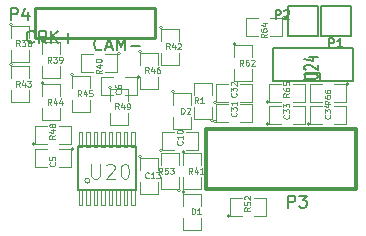
<source format=gto>
G04 (created by PCBNEW (2013-07-07 BZR 4022)-stable) date 03/12/2013 21:07:02*
%MOIN*%
G04 Gerber Fmt 3.4, Leading zero omitted, Abs format*
%FSLAX34Y34*%
G01*
G70*
G90*
G04 APERTURE LIST*
%ADD10C,0.00590551*%
%ADD11C,0.005*%
%ADD12C,0.0039*%
%ADD13C,0.012*%
%ADD14C,0.0026*%
%ADD15C,0.008*%
%ADD16C,0.0001*%
%ADD17C,0.01*%
%ADD18C,0.006*%
%ADD19C,0.0043*%
%ADD20C,0.0035*%
G04 APERTURE END LIST*
G54D10*
G54D11*
X86476Y-22123D02*
X86457Y-22142D01*
X86400Y-22161D01*
X86361Y-22161D01*
X86304Y-22142D01*
X86266Y-22104D01*
X86247Y-22066D01*
X86228Y-21990D01*
X86228Y-21933D01*
X86247Y-21857D01*
X86266Y-21819D01*
X86304Y-21780D01*
X86361Y-21761D01*
X86400Y-21761D01*
X86457Y-21780D01*
X86476Y-21800D01*
X86628Y-22047D02*
X86819Y-22047D01*
X86590Y-22161D02*
X86723Y-21761D01*
X86857Y-22161D01*
X86990Y-22161D02*
X86990Y-21761D01*
X87123Y-22047D01*
X87257Y-21761D01*
X87257Y-22161D01*
X87447Y-22009D02*
X87752Y-22009D01*
X84226Y-21873D02*
X84207Y-21892D01*
X84150Y-21911D01*
X84111Y-21911D01*
X84054Y-21892D01*
X84016Y-21854D01*
X83997Y-21816D01*
X83978Y-21740D01*
X83978Y-21683D01*
X83997Y-21607D01*
X84016Y-21569D01*
X84054Y-21530D01*
X84111Y-21511D01*
X84150Y-21511D01*
X84207Y-21530D01*
X84226Y-21550D01*
X84626Y-21911D02*
X84492Y-21721D01*
X84397Y-21911D02*
X84397Y-21511D01*
X84550Y-21511D01*
X84588Y-21530D01*
X84607Y-21550D01*
X84626Y-21588D01*
X84626Y-21645D01*
X84607Y-21683D01*
X84588Y-21702D01*
X84550Y-21721D01*
X84397Y-21721D01*
X84797Y-21911D02*
X84797Y-21511D01*
X85026Y-21911D02*
X84854Y-21683D01*
X85026Y-21511D02*
X84797Y-21740D01*
X85197Y-21759D02*
X85502Y-21759D01*
X85350Y-21911D02*
X85350Y-21607D01*
G54D12*
X85550Y-25450D02*
G75*
G03X85550Y-25450I-50J0D01*
G74*
G01*
X85050Y-25450D02*
X85450Y-25450D01*
X85450Y-25450D02*
X85450Y-26050D01*
X85450Y-26050D02*
X85050Y-26050D01*
X84650Y-26050D02*
X84250Y-26050D01*
X84250Y-26050D02*
X84250Y-25450D01*
X84250Y-25450D02*
X84650Y-25450D01*
X87750Y-23050D02*
G75*
G03X87750Y-23050I-50J0D01*
G74*
G01*
X87250Y-23050D02*
X87650Y-23050D01*
X87650Y-23050D02*
X87650Y-23650D01*
X87650Y-23650D02*
X87250Y-23650D01*
X86850Y-23650D02*
X86450Y-23650D01*
X86450Y-23650D02*
X86450Y-23050D01*
X86450Y-23050D02*
X86850Y-23050D01*
X87800Y-25700D02*
G75*
G03X87800Y-25700I-50J0D01*
G74*
G01*
X87750Y-26150D02*
X87750Y-25750D01*
X87750Y-25750D02*
X88350Y-25750D01*
X88350Y-25750D02*
X88350Y-26150D01*
X88350Y-26550D02*
X88350Y-26950D01*
X88350Y-26950D02*
X87750Y-26950D01*
X87750Y-26950D02*
X87750Y-26550D01*
X90300Y-24550D02*
G75*
G03X90300Y-24550I-50J0D01*
G74*
G01*
X90700Y-24550D02*
X90300Y-24550D01*
X90300Y-24550D02*
X90300Y-23950D01*
X90300Y-23950D02*
X90700Y-23950D01*
X91100Y-23950D02*
X91500Y-23950D01*
X91500Y-23950D02*
X91500Y-24550D01*
X91500Y-24550D02*
X91100Y-24550D01*
X90300Y-23900D02*
G75*
G03X90300Y-23900I-50J0D01*
G74*
G01*
X90700Y-23900D02*
X90300Y-23900D01*
X90300Y-23900D02*
X90300Y-23300D01*
X90300Y-23300D02*
X90700Y-23300D01*
X91100Y-23300D02*
X91500Y-23300D01*
X91500Y-23300D02*
X91500Y-23900D01*
X91500Y-23900D02*
X91100Y-23900D01*
X92050Y-24625D02*
G75*
G03X92050Y-24625I-50J0D01*
G74*
G01*
X92450Y-24625D02*
X92050Y-24625D01*
X92050Y-24625D02*
X92050Y-24025D01*
X92050Y-24025D02*
X92450Y-24025D01*
X92850Y-24025D02*
X93250Y-24025D01*
X93250Y-24025D02*
X93250Y-24625D01*
X93250Y-24625D02*
X92850Y-24625D01*
X93425Y-24625D02*
G75*
G03X93425Y-24625I-50J0D01*
G74*
G01*
X93825Y-24625D02*
X93425Y-24625D01*
X93425Y-24625D02*
X93425Y-24025D01*
X93425Y-24025D02*
X93825Y-24025D01*
X94225Y-24025D02*
X94625Y-24025D01*
X94625Y-24025D02*
X94625Y-24625D01*
X94625Y-24625D02*
X94225Y-24625D01*
G54D13*
X89950Y-24800D02*
X94950Y-24800D01*
X94950Y-24800D02*
X94950Y-26800D01*
X94950Y-26800D02*
X89950Y-26800D01*
X89950Y-26800D02*
X89950Y-24800D01*
G54D12*
X83500Y-21300D02*
G75*
G03X83500Y-21300I-50J0D01*
G74*
G01*
X83450Y-21750D02*
X83450Y-21350D01*
X83450Y-21350D02*
X84050Y-21350D01*
X84050Y-21350D02*
X84050Y-21750D01*
X84050Y-22150D02*
X84050Y-22550D01*
X84050Y-22550D02*
X83450Y-22550D01*
X83450Y-22550D02*
X83450Y-22150D01*
X84550Y-21850D02*
G75*
G03X84550Y-21850I-50J0D01*
G74*
G01*
X84500Y-22300D02*
X84500Y-21900D01*
X84500Y-21900D02*
X85100Y-21900D01*
X85100Y-21900D02*
X85100Y-22300D01*
X85100Y-22700D02*
X85100Y-23100D01*
X85100Y-23100D02*
X84500Y-23100D01*
X84500Y-23100D02*
X84500Y-22700D01*
X87100Y-22275D02*
G75*
G03X87100Y-22275I-50J0D01*
G74*
G01*
X86600Y-22275D02*
X87000Y-22275D01*
X87000Y-22275D02*
X87000Y-22875D01*
X87000Y-22875D02*
X86600Y-22875D01*
X86200Y-22875D02*
X85800Y-22875D01*
X85800Y-22875D02*
X85800Y-22275D01*
X85800Y-22275D02*
X86200Y-22275D01*
X89250Y-25550D02*
G75*
G03X89250Y-25550I-50J0D01*
G74*
G01*
X89200Y-26000D02*
X89200Y-25600D01*
X89200Y-25600D02*
X89800Y-25600D01*
X89800Y-25600D02*
X89800Y-26000D01*
X89800Y-26400D02*
X89800Y-26800D01*
X89800Y-26800D02*
X89200Y-26800D01*
X89200Y-26800D02*
X89200Y-26400D01*
X88500Y-21400D02*
G75*
G03X88500Y-21400I-50J0D01*
G74*
G01*
X88450Y-21850D02*
X88450Y-21450D01*
X88450Y-21450D02*
X89050Y-21450D01*
X89050Y-21450D02*
X89050Y-21850D01*
X89050Y-22250D02*
X89050Y-22650D01*
X89050Y-22650D02*
X88450Y-22650D01*
X88450Y-22650D02*
X88450Y-22250D01*
X83500Y-22650D02*
G75*
G03X83500Y-22650I-50J0D01*
G74*
G01*
X83450Y-23100D02*
X83450Y-22700D01*
X83450Y-22700D02*
X84050Y-22700D01*
X84050Y-22700D02*
X84050Y-23100D01*
X84050Y-23500D02*
X84050Y-23900D01*
X84050Y-23900D02*
X83450Y-23900D01*
X83450Y-23900D02*
X83450Y-23500D01*
X84550Y-23250D02*
G75*
G03X84550Y-23250I-50J0D01*
G74*
G01*
X84500Y-23700D02*
X84500Y-23300D01*
X84500Y-23300D02*
X85100Y-23300D01*
X85100Y-23300D02*
X85100Y-23700D01*
X85100Y-24100D02*
X85100Y-24500D01*
X85100Y-24500D02*
X84500Y-24500D01*
X84500Y-24500D02*
X84500Y-24100D01*
X85550Y-22975D02*
G75*
G03X85550Y-22975I-50J0D01*
G74*
G01*
X85500Y-23425D02*
X85500Y-23025D01*
X85500Y-23025D02*
X86100Y-23025D01*
X86100Y-23025D02*
X86100Y-23425D01*
X86100Y-23825D02*
X86100Y-24225D01*
X86100Y-24225D02*
X85500Y-24225D01*
X85500Y-24225D02*
X85500Y-23825D01*
X87800Y-22200D02*
G75*
G03X87800Y-22200I-50J0D01*
G74*
G01*
X87750Y-22650D02*
X87750Y-22250D01*
X87750Y-22250D02*
X88350Y-22250D01*
X88350Y-22250D02*
X88350Y-22650D01*
X88350Y-23050D02*
X88350Y-23450D01*
X88350Y-23450D02*
X87750Y-23450D01*
X87750Y-23450D02*
X87750Y-23050D01*
X84250Y-25300D02*
G75*
G03X84250Y-25300I-50J0D01*
G74*
G01*
X84650Y-25300D02*
X84250Y-25300D01*
X84250Y-25300D02*
X84250Y-24700D01*
X84250Y-24700D02*
X84650Y-24700D01*
X85050Y-24700D02*
X85450Y-24700D01*
X85450Y-24700D02*
X85450Y-25300D01*
X85450Y-25300D02*
X85050Y-25300D01*
X86800Y-23400D02*
G75*
G03X86800Y-23400I-50J0D01*
G74*
G01*
X86750Y-23850D02*
X86750Y-23450D01*
X86750Y-23450D02*
X87350Y-23450D01*
X87350Y-23450D02*
X87350Y-23850D01*
X87350Y-24250D02*
X87350Y-24650D01*
X87350Y-24650D02*
X86750Y-24650D01*
X86750Y-24650D02*
X86750Y-24250D01*
X90750Y-27700D02*
G75*
G03X90750Y-27700I-50J0D01*
G74*
G01*
X91150Y-27700D02*
X90750Y-27700D01*
X90750Y-27700D02*
X90750Y-27100D01*
X90750Y-27100D02*
X91150Y-27100D01*
X91550Y-27100D02*
X91950Y-27100D01*
X91950Y-27100D02*
X91950Y-27700D01*
X91950Y-27700D02*
X91550Y-27700D01*
X89100Y-26850D02*
G75*
G03X89100Y-26850I-50J0D01*
G74*
G01*
X89050Y-26400D02*
X89050Y-26800D01*
X89050Y-26800D02*
X88450Y-26800D01*
X88450Y-26800D02*
X88450Y-26400D01*
X88450Y-26000D02*
X88450Y-25600D01*
X88450Y-25600D02*
X89050Y-25600D01*
X89050Y-25600D02*
X89050Y-26000D01*
X90950Y-21950D02*
G75*
G03X90950Y-21950I-50J0D01*
G74*
G01*
X90900Y-22400D02*
X90900Y-22000D01*
X90900Y-22000D02*
X91500Y-22000D01*
X91500Y-22000D02*
X91500Y-22400D01*
X91500Y-22800D02*
X91500Y-23200D01*
X91500Y-23200D02*
X90900Y-23200D01*
X90900Y-23200D02*
X90900Y-22800D01*
X92600Y-21075D02*
G75*
G03X92600Y-21075I-50J0D01*
G74*
G01*
X92100Y-21075D02*
X92500Y-21075D01*
X92500Y-21075D02*
X92500Y-21675D01*
X92500Y-21675D02*
X92100Y-21675D01*
X91700Y-21675D02*
X91300Y-21675D01*
X91300Y-21675D02*
X91300Y-21075D01*
X91300Y-21075D02*
X91700Y-21075D01*
X92050Y-23900D02*
G75*
G03X92050Y-23900I-50J0D01*
G74*
G01*
X92450Y-23900D02*
X92050Y-23900D01*
X92050Y-23900D02*
X92050Y-23300D01*
X92050Y-23300D02*
X92450Y-23300D01*
X92850Y-23300D02*
X93250Y-23300D01*
X93250Y-23300D02*
X93250Y-23900D01*
X93250Y-23900D02*
X92850Y-23900D01*
X94725Y-23300D02*
G75*
G03X94725Y-23300I-50J0D01*
G74*
G01*
X94225Y-23300D02*
X94625Y-23300D01*
X94625Y-23300D02*
X94625Y-23900D01*
X94625Y-23900D02*
X94225Y-23900D01*
X93825Y-23900D02*
X93425Y-23900D01*
X93425Y-23900D02*
X93425Y-23300D01*
X93425Y-23300D02*
X93825Y-23300D01*
G54D14*
X85716Y-27320D02*
X85835Y-27320D01*
X85835Y-27320D02*
X85835Y-26808D01*
X85716Y-26808D02*
X85835Y-26808D01*
X85716Y-27320D02*
X85716Y-26808D01*
X85966Y-27320D02*
X86085Y-27320D01*
X86085Y-27320D02*
X86085Y-26808D01*
X85966Y-26808D02*
X86085Y-26808D01*
X85966Y-27320D02*
X85966Y-26808D01*
X86216Y-27320D02*
X86335Y-27320D01*
X86335Y-27320D02*
X86335Y-26808D01*
X86216Y-26808D02*
X86335Y-26808D01*
X86216Y-27320D02*
X86216Y-26808D01*
X86466Y-27320D02*
X86585Y-27320D01*
X86585Y-27320D02*
X86585Y-26808D01*
X86466Y-26808D02*
X86585Y-26808D01*
X86466Y-27320D02*
X86466Y-26808D01*
X86715Y-27320D02*
X86834Y-27320D01*
X86834Y-27320D02*
X86834Y-26808D01*
X86715Y-26808D02*
X86834Y-26808D01*
X86715Y-27320D02*
X86715Y-26808D01*
X86965Y-27320D02*
X87084Y-27320D01*
X87084Y-27320D02*
X87084Y-26808D01*
X86965Y-26808D02*
X87084Y-26808D01*
X86965Y-27320D02*
X86965Y-26808D01*
X87215Y-27320D02*
X87334Y-27320D01*
X87334Y-27320D02*
X87334Y-26808D01*
X87215Y-26808D02*
X87334Y-26808D01*
X87215Y-27320D02*
X87215Y-26808D01*
X87465Y-27320D02*
X87584Y-27320D01*
X87584Y-27320D02*
X87584Y-26808D01*
X87465Y-26808D02*
X87584Y-26808D01*
X87465Y-27320D02*
X87465Y-26808D01*
X87465Y-25392D02*
X87584Y-25392D01*
X87584Y-25392D02*
X87584Y-24880D01*
X87465Y-24880D02*
X87584Y-24880D01*
X87465Y-25392D02*
X87465Y-24880D01*
X87215Y-25392D02*
X87334Y-25392D01*
X87334Y-25392D02*
X87334Y-24880D01*
X87215Y-24880D02*
X87334Y-24880D01*
X87215Y-25392D02*
X87215Y-24880D01*
X86965Y-25392D02*
X87084Y-25392D01*
X87084Y-25392D02*
X87084Y-24880D01*
X86965Y-24880D02*
X87084Y-24880D01*
X86965Y-25392D02*
X86965Y-24880D01*
X86715Y-25392D02*
X86834Y-25392D01*
X86834Y-25392D02*
X86834Y-24880D01*
X86715Y-24880D02*
X86834Y-24880D01*
X86715Y-25392D02*
X86715Y-24880D01*
X86466Y-25392D02*
X86585Y-25392D01*
X86585Y-25392D02*
X86585Y-24880D01*
X86466Y-24880D02*
X86585Y-24880D01*
X86466Y-25392D02*
X86466Y-24880D01*
X86216Y-25392D02*
X86335Y-25392D01*
X86335Y-25392D02*
X86335Y-24880D01*
X86216Y-24880D02*
X86335Y-24880D01*
X86216Y-25392D02*
X86216Y-24880D01*
X85966Y-25392D02*
X86085Y-25392D01*
X86085Y-25392D02*
X86085Y-24880D01*
X85966Y-24880D02*
X86085Y-24880D01*
X85966Y-25392D02*
X85966Y-24880D01*
X85716Y-25392D02*
X85835Y-25392D01*
X85835Y-25392D02*
X85835Y-24880D01*
X85716Y-24880D02*
X85835Y-24880D01*
X85716Y-25392D02*
X85716Y-24880D01*
G54D15*
X85678Y-26828D02*
X85678Y-25372D01*
X87622Y-25372D02*
X87622Y-26828D01*
X85678Y-26828D02*
X87622Y-26828D01*
X87622Y-25372D02*
X85678Y-25372D01*
G54D16*
X86084Y-26513D02*
G75*
G03X86084Y-26513I-83J0D01*
G74*
G01*
G54D11*
X93253Y-23187D02*
X93253Y-22937D01*
X93253Y-22937D02*
X93753Y-22937D01*
X93753Y-22937D02*
X93753Y-23187D01*
X92203Y-23187D02*
X92203Y-22087D01*
X92203Y-22087D02*
X94853Y-22087D01*
X94853Y-22087D02*
X94853Y-23187D01*
X94853Y-23187D02*
X92203Y-23187D01*
G54D12*
X89250Y-26900D02*
G75*
G03X89250Y-26900I-50J0D01*
G74*
G01*
X89200Y-27350D02*
X89200Y-26950D01*
X89200Y-26950D02*
X89800Y-26950D01*
X89800Y-26950D02*
X89800Y-27350D01*
X89800Y-27750D02*
X89800Y-28150D01*
X89800Y-28150D02*
X89200Y-28150D01*
X89200Y-28150D02*
X89200Y-27750D01*
G54D17*
X84250Y-20750D02*
X88250Y-20750D01*
X84250Y-21750D02*
X88250Y-21750D01*
X88250Y-21750D02*
X88250Y-20750D01*
X84250Y-20750D02*
X84250Y-21750D01*
G54D12*
X88900Y-23550D02*
G75*
G03X88900Y-23550I-50J0D01*
G74*
G01*
X88850Y-24000D02*
X88850Y-23600D01*
X88850Y-23600D02*
X89450Y-23600D01*
X89450Y-23600D02*
X89450Y-24000D01*
X89450Y-24400D02*
X89450Y-24800D01*
X89450Y-24800D02*
X88850Y-24800D01*
X88850Y-24800D02*
X88850Y-24400D01*
X90200Y-24500D02*
G75*
G03X90200Y-24500I-50J0D01*
G74*
G01*
X90150Y-24050D02*
X90150Y-24450D01*
X90150Y-24450D02*
X89550Y-24450D01*
X89550Y-24450D02*
X89550Y-24050D01*
X89550Y-23650D02*
X89550Y-23250D01*
X89550Y-23250D02*
X90150Y-23250D01*
X90150Y-23250D02*
X90150Y-23650D01*
G54D18*
X93775Y-20700D02*
X94775Y-20700D01*
X94775Y-21700D02*
X93775Y-21700D01*
X94775Y-20700D02*
X94775Y-21700D01*
X93775Y-21700D02*
X93775Y-20700D01*
X93700Y-21700D02*
X92700Y-21700D01*
X92700Y-20700D02*
X93700Y-20700D01*
X92700Y-21700D02*
X92700Y-20700D01*
X93700Y-20700D02*
X93700Y-21700D01*
G54D12*
X88500Y-25500D02*
G75*
G03X88500Y-25500I-50J0D01*
G74*
G01*
X88900Y-25500D02*
X88500Y-25500D01*
X88500Y-25500D02*
X88500Y-24900D01*
X88500Y-24900D02*
X88900Y-24900D01*
X89300Y-24900D02*
X89700Y-24900D01*
X89700Y-24900D02*
X89700Y-25500D01*
X89700Y-25500D02*
X89300Y-25500D01*
G54D19*
X84910Y-25907D02*
X84920Y-25917D01*
X84929Y-25945D01*
X84929Y-25964D01*
X84920Y-25992D01*
X84901Y-26011D01*
X84882Y-26020D01*
X84845Y-26029D01*
X84817Y-26029D01*
X84779Y-26020D01*
X84760Y-26011D01*
X84742Y-25992D01*
X84732Y-25964D01*
X84732Y-25945D01*
X84742Y-25917D01*
X84751Y-25907D01*
X84732Y-25729D02*
X84732Y-25823D01*
X84826Y-25832D01*
X84817Y-25823D01*
X84807Y-25804D01*
X84807Y-25757D01*
X84817Y-25738D01*
X84826Y-25729D01*
X84845Y-25720D01*
X84892Y-25720D01*
X84910Y-25729D01*
X84920Y-25738D01*
X84929Y-25757D01*
X84929Y-25804D01*
X84920Y-25823D01*
X84910Y-25832D01*
X87110Y-23507D02*
X87120Y-23517D01*
X87129Y-23545D01*
X87129Y-23564D01*
X87120Y-23592D01*
X87101Y-23611D01*
X87082Y-23620D01*
X87045Y-23629D01*
X87017Y-23629D01*
X86979Y-23620D01*
X86960Y-23611D01*
X86942Y-23592D01*
X86932Y-23564D01*
X86932Y-23545D01*
X86942Y-23517D01*
X86951Y-23507D01*
X86932Y-23338D02*
X86932Y-23376D01*
X86942Y-23395D01*
X86951Y-23404D01*
X86979Y-23423D01*
X87017Y-23432D01*
X87092Y-23432D01*
X87110Y-23423D01*
X87120Y-23414D01*
X87129Y-23395D01*
X87129Y-23357D01*
X87120Y-23338D01*
X87110Y-23329D01*
X87092Y-23320D01*
X87045Y-23320D01*
X87026Y-23329D01*
X87017Y-23338D01*
X87007Y-23357D01*
X87007Y-23395D01*
X87017Y-23414D01*
X87026Y-23423D01*
X87045Y-23432D01*
X88048Y-26410D02*
X88038Y-26420D01*
X88010Y-26429D01*
X87992Y-26429D01*
X87963Y-26420D01*
X87945Y-26401D01*
X87935Y-26382D01*
X87926Y-26345D01*
X87926Y-26317D01*
X87935Y-26279D01*
X87945Y-26260D01*
X87963Y-26242D01*
X87992Y-26232D01*
X88010Y-26232D01*
X88038Y-26242D01*
X88048Y-26251D01*
X88235Y-26429D02*
X88123Y-26429D01*
X88179Y-26429D02*
X88179Y-26232D01*
X88160Y-26260D01*
X88142Y-26279D01*
X88123Y-26289D01*
X88301Y-26232D02*
X88423Y-26232D01*
X88357Y-26307D01*
X88386Y-26307D01*
X88404Y-26317D01*
X88414Y-26326D01*
X88423Y-26345D01*
X88423Y-26392D01*
X88414Y-26410D01*
X88404Y-26420D01*
X88386Y-26429D01*
X88329Y-26429D01*
X88311Y-26420D01*
X88301Y-26410D01*
X90960Y-24251D02*
X90970Y-24261D01*
X90979Y-24289D01*
X90979Y-24307D01*
X90970Y-24336D01*
X90951Y-24354D01*
X90932Y-24364D01*
X90895Y-24373D01*
X90867Y-24373D01*
X90829Y-24364D01*
X90810Y-24354D01*
X90792Y-24336D01*
X90782Y-24307D01*
X90782Y-24289D01*
X90792Y-24261D01*
X90801Y-24251D01*
X90782Y-24185D02*
X90782Y-24064D01*
X90857Y-24129D01*
X90857Y-24101D01*
X90867Y-24082D01*
X90876Y-24073D01*
X90895Y-24064D01*
X90942Y-24064D01*
X90960Y-24073D01*
X90970Y-24082D01*
X90979Y-24101D01*
X90979Y-24157D01*
X90970Y-24176D01*
X90960Y-24185D01*
X90979Y-23876D02*
X90979Y-23988D01*
X90979Y-23932D02*
X90782Y-23932D01*
X90810Y-23951D01*
X90829Y-23970D01*
X90839Y-23988D01*
X90960Y-23601D02*
X90970Y-23611D01*
X90979Y-23639D01*
X90979Y-23657D01*
X90970Y-23686D01*
X90951Y-23704D01*
X90932Y-23714D01*
X90895Y-23723D01*
X90867Y-23723D01*
X90829Y-23714D01*
X90810Y-23704D01*
X90792Y-23686D01*
X90782Y-23657D01*
X90782Y-23639D01*
X90792Y-23611D01*
X90801Y-23601D01*
X90782Y-23535D02*
X90782Y-23414D01*
X90857Y-23479D01*
X90857Y-23451D01*
X90867Y-23432D01*
X90876Y-23423D01*
X90895Y-23414D01*
X90942Y-23414D01*
X90960Y-23423D01*
X90970Y-23432D01*
X90979Y-23451D01*
X90979Y-23507D01*
X90970Y-23526D01*
X90960Y-23535D01*
X90801Y-23338D02*
X90792Y-23329D01*
X90782Y-23310D01*
X90782Y-23263D01*
X90792Y-23245D01*
X90801Y-23235D01*
X90820Y-23226D01*
X90839Y-23226D01*
X90867Y-23235D01*
X90979Y-23348D01*
X90979Y-23226D01*
X92710Y-24326D02*
X92720Y-24336D01*
X92729Y-24364D01*
X92729Y-24382D01*
X92720Y-24411D01*
X92701Y-24429D01*
X92682Y-24439D01*
X92645Y-24448D01*
X92617Y-24448D01*
X92579Y-24439D01*
X92560Y-24429D01*
X92542Y-24411D01*
X92532Y-24382D01*
X92532Y-24364D01*
X92542Y-24336D01*
X92551Y-24326D01*
X92532Y-24260D02*
X92532Y-24139D01*
X92607Y-24204D01*
X92607Y-24176D01*
X92617Y-24157D01*
X92626Y-24148D01*
X92645Y-24139D01*
X92692Y-24139D01*
X92710Y-24148D01*
X92720Y-24157D01*
X92729Y-24176D01*
X92729Y-24232D01*
X92720Y-24251D01*
X92710Y-24260D01*
X92532Y-24073D02*
X92532Y-23951D01*
X92607Y-24017D01*
X92607Y-23988D01*
X92617Y-23970D01*
X92626Y-23960D01*
X92645Y-23951D01*
X92692Y-23951D01*
X92710Y-23960D01*
X92720Y-23970D01*
X92729Y-23988D01*
X92729Y-24045D01*
X92720Y-24063D01*
X92710Y-24073D01*
X94085Y-24326D02*
X94095Y-24336D01*
X94104Y-24364D01*
X94104Y-24382D01*
X94095Y-24411D01*
X94076Y-24429D01*
X94057Y-24439D01*
X94020Y-24448D01*
X93992Y-24448D01*
X93954Y-24439D01*
X93935Y-24429D01*
X93917Y-24411D01*
X93907Y-24382D01*
X93907Y-24364D01*
X93917Y-24336D01*
X93926Y-24326D01*
X93907Y-24260D02*
X93907Y-24139D01*
X93982Y-24204D01*
X93982Y-24176D01*
X93992Y-24157D01*
X94001Y-24148D01*
X94020Y-24139D01*
X94067Y-24139D01*
X94085Y-24148D01*
X94095Y-24157D01*
X94104Y-24176D01*
X94104Y-24232D01*
X94095Y-24251D01*
X94085Y-24260D01*
X93973Y-23970D02*
X94104Y-23970D01*
X93898Y-24017D02*
X94039Y-24063D01*
X94039Y-23942D01*
G54D15*
X92704Y-27411D02*
X92704Y-27011D01*
X92857Y-27011D01*
X92895Y-27030D01*
X92914Y-27050D01*
X92933Y-27088D01*
X92933Y-27145D01*
X92914Y-27183D01*
X92895Y-27202D01*
X92857Y-27221D01*
X92704Y-27221D01*
X93066Y-27011D02*
X93314Y-27011D01*
X93180Y-27164D01*
X93238Y-27164D01*
X93276Y-27183D01*
X93295Y-27202D01*
X93314Y-27240D01*
X93314Y-27335D01*
X93295Y-27373D01*
X93276Y-27392D01*
X93238Y-27411D01*
X93123Y-27411D01*
X93085Y-27392D01*
X93066Y-27373D01*
G54D19*
X83748Y-22029D02*
X83682Y-21935D01*
X83635Y-22029D02*
X83635Y-21832D01*
X83710Y-21832D01*
X83729Y-21842D01*
X83738Y-21851D01*
X83748Y-21870D01*
X83748Y-21898D01*
X83738Y-21917D01*
X83729Y-21926D01*
X83710Y-21935D01*
X83635Y-21935D01*
X83814Y-21832D02*
X83935Y-21832D01*
X83870Y-21907D01*
X83898Y-21907D01*
X83917Y-21917D01*
X83926Y-21926D01*
X83935Y-21945D01*
X83935Y-21992D01*
X83926Y-22010D01*
X83917Y-22020D01*
X83898Y-22029D01*
X83842Y-22029D01*
X83823Y-22020D01*
X83814Y-22010D01*
X84048Y-21917D02*
X84029Y-21907D01*
X84020Y-21898D01*
X84011Y-21879D01*
X84011Y-21870D01*
X84020Y-21851D01*
X84029Y-21842D01*
X84048Y-21832D01*
X84086Y-21832D01*
X84104Y-21842D01*
X84114Y-21851D01*
X84123Y-21870D01*
X84123Y-21879D01*
X84114Y-21898D01*
X84104Y-21907D01*
X84086Y-21917D01*
X84048Y-21917D01*
X84029Y-21926D01*
X84020Y-21935D01*
X84011Y-21954D01*
X84011Y-21992D01*
X84020Y-22010D01*
X84029Y-22020D01*
X84048Y-22029D01*
X84086Y-22029D01*
X84104Y-22020D01*
X84114Y-22010D01*
X84123Y-21992D01*
X84123Y-21954D01*
X84114Y-21935D01*
X84104Y-21926D01*
X84086Y-21917D01*
X84798Y-22579D02*
X84732Y-22485D01*
X84685Y-22579D02*
X84685Y-22382D01*
X84760Y-22382D01*
X84779Y-22392D01*
X84788Y-22401D01*
X84798Y-22420D01*
X84798Y-22448D01*
X84788Y-22467D01*
X84779Y-22476D01*
X84760Y-22485D01*
X84685Y-22485D01*
X84864Y-22382D02*
X84985Y-22382D01*
X84920Y-22457D01*
X84948Y-22457D01*
X84967Y-22467D01*
X84976Y-22476D01*
X84985Y-22495D01*
X84985Y-22542D01*
X84976Y-22560D01*
X84967Y-22570D01*
X84948Y-22579D01*
X84892Y-22579D01*
X84873Y-22570D01*
X84864Y-22560D01*
X85079Y-22579D02*
X85117Y-22579D01*
X85136Y-22570D01*
X85145Y-22560D01*
X85164Y-22532D01*
X85173Y-22495D01*
X85173Y-22420D01*
X85164Y-22401D01*
X85154Y-22392D01*
X85136Y-22382D01*
X85098Y-22382D01*
X85079Y-22392D01*
X85070Y-22401D01*
X85061Y-22420D01*
X85061Y-22467D01*
X85070Y-22485D01*
X85079Y-22495D01*
X85098Y-22504D01*
X85136Y-22504D01*
X85154Y-22495D01*
X85164Y-22485D01*
X85173Y-22467D01*
X86479Y-22826D02*
X86385Y-22892D01*
X86479Y-22939D02*
X86282Y-22939D01*
X86282Y-22864D01*
X86292Y-22845D01*
X86301Y-22836D01*
X86320Y-22826D01*
X86348Y-22826D01*
X86367Y-22836D01*
X86376Y-22845D01*
X86385Y-22864D01*
X86385Y-22939D01*
X86348Y-22657D02*
X86479Y-22657D01*
X86273Y-22704D02*
X86414Y-22751D01*
X86414Y-22629D01*
X86282Y-22517D02*
X86282Y-22498D01*
X86292Y-22479D01*
X86301Y-22470D01*
X86320Y-22460D01*
X86357Y-22451D01*
X86404Y-22451D01*
X86442Y-22460D01*
X86460Y-22470D01*
X86470Y-22479D01*
X86479Y-22498D01*
X86479Y-22517D01*
X86470Y-22535D01*
X86460Y-22545D01*
X86442Y-22554D01*
X86404Y-22563D01*
X86357Y-22563D01*
X86320Y-22554D01*
X86301Y-22545D01*
X86292Y-22535D01*
X86282Y-22517D01*
X89498Y-26279D02*
X89432Y-26185D01*
X89385Y-26279D02*
X89385Y-26082D01*
X89460Y-26082D01*
X89479Y-26092D01*
X89488Y-26101D01*
X89498Y-26120D01*
X89498Y-26148D01*
X89488Y-26167D01*
X89479Y-26176D01*
X89460Y-26185D01*
X89385Y-26185D01*
X89667Y-26148D02*
X89667Y-26279D01*
X89620Y-26073D02*
X89573Y-26214D01*
X89695Y-26214D01*
X89873Y-26279D02*
X89761Y-26279D01*
X89817Y-26279D02*
X89817Y-26082D01*
X89798Y-26110D01*
X89779Y-26129D01*
X89761Y-26139D01*
X88748Y-22129D02*
X88682Y-22035D01*
X88635Y-22129D02*
X88635Y-21932D01*
X88710Y-21932D01*
X88729Y-21942D01*
X88738Y-21951D01*
X88748Y-21970D01*
X88748Y-21998D01*
X88738Y-22017D01*
X88729Y-22026D01*
X88710Y-22035D01*
X88635Y-22035D01*
X88917Y-21998D02*
X88917Y-22129D01*
X88870Y-21923D02*
X88823Y-22064D01*
X88945Y-22064D01*
X89011Y-21951D02*
X89020Y-21942D01*
X89039Y-21932D01*
X89086Y-21932D01*
X89104Y-21942D01*
X89114Y-21951D01*
X89123Y-21970D01*
X89123Y-21989D01*
X89114Y-22017D01*
X89001Y-22129D01*
X89123Y-22129D01*
X83748Y-23379D02*
X83682Y-23285D01*
X83635Y-23379D02*
X83635Y-23182D01*
X83710Y-23182D01*
X83729Y-23192D01*
X83738Y-23201D01*
X83748Y-23220D01*
X83748Y-23248D01*
X83738Y-23267D01*
X83729Y-23276D01*
X83710Y-23285D01*
X83635Y-23285D01*
X83917Y-23248D02*
X83917Y-23379D01*
X83870Y-23173D02*
X83823Y-23314D01*
X83945Y-23314D01*
X84001Y-23182D02*
X84123Y-23182D01*
X84057Y-23257D01*
X84086Y-23257D01*
X84104Y-23267D01*
X84114Y-23276D01*
X84123Y-23295D01*
X84123Y-23342D01*
X84114Y-23360D01*
X84104Y-23370D01*
X84086Y-23379D01*
X84029Y-23379D01*
X84011Y-23370D01*
X84001Y-23360D01*
X84798Y-23979D02*
X84732Y-23885D01*
X84685Y-23979D02*
X84685Y-23782D01*
X84760Y-23782D01*
X84779Y-23792D01*
X84788Y-23801D01*
X84798Y-23820D01*
X84798Y-23848D01*
X84788Y-23867D01*
X84779Y-23876D01*
X84760Y-23885D01*
X84685Y-23885D01*
X84967Y-23848D02*
X84967Y-23979D01*
X84920Y-23773D02*
X84873Y-23914D01*
X84995Y-23914D01*
X85154Y-23848D02*
X85154Y-23979D01*
X85107Y-23773D02*
X85061Y-23914D01*
X85182Y-23914D01*
X85798Y-23704D02*
X85732Y-23610D01*
X85685Y-23704D02*
X85685Y-23507D01*
X85760Y-23507D01*
X85779Y-23517D01*
X85788Y-23526D01*
X85798Y-23545D01*
X85798Y-23573D01*
X85788Y-23592D01*
X85779Y-23601D01*
X85760Y-23610D01*
X85685Y-23610D01*
X85967Y-23573D02*
X85967Y-23704D01*
X85920Y-23498D02*
X85873Y-23639D01*
X85995Y-23639D01*
X86164Y-23507D02*
X86070Y-23507D01*
X86061Y-23601D01*
X86070Y-23592D01*
X86089Y-23582D01*
X86136Y-23582D01*
X86154Y-23592D01*
X86164Y-23601D01*
X86173Y-23620D01*
X86173Y-23667D01*
X86164Y-23685D01*
X86154Y-23695D01*
X86136Y-23704D01*
X86089Y-23704D01*
X86070Y-23695D01*
X86061Y-23685D01*
X88048Y-22929D02*
X87982Y-22835D01*
X87935Y-22929D02*
X87935Y-22732D01*
X88010Y-22732D01*
X88029Y-22742D01*
X88038Y-22751D01*
X88048Y-22770D01*
X88048Y-22798D01*
X88038Y-22817D01*
X88029Y-22826D01*
X88010Y-22835D01*
X87935Y-22835D01*
X88217Y-22798D02*
X88217Y-22929D01*
X88170Y-22723D02*
X88123Y-22864D01*
X88245Y-22864D01*
X88404Y-22732D02*
X88367Y-22732D01*
X88348Y-22742D01*
X88339Y-22751D01*
X88320Y-22779D01*
X88311Y-22817D01*
X88311Y-22892D01*
X88320Y-22910D01*
X88329Y-22920D01*
X88348Y-22929D01*
X88386Y-22929D01*
X88404Y-22920D01*
X88414Y-22910D01*
X88423Y-22892D01*
X88423Y-22845D01*
X88414Y-22826D01*
X88404Y-22817D01*
X88386Y-22807D01*
X88348Y-22807D01*
X88329Y-22817D01*
X88320Y-22826D01*
X88311Y-22845D01*
X84929Y-25001D02*
X84835Y-25067D01*
X84929Y-25114D02*
X84732Y-25114D01*
X84732Y-25039D01*
X84742Y-25020D01*
X84751Y-25011D01*
X84770Y-25001D01*
X84798Y-25001D01*
X84817Y-25011D01*
X84826Y-25020D01*
X84835Y-25039D01*
X84835Y-25114D01*
X84798Y-24832D02*
X84929Y-24832D01*
X84723Y-24879D02*
X84864Y-24926D01*
X84864Y-24804D01*
X84817Y-24701D02*
X84807Y-24720D01*
X84798Y-24729D01*
X84779Y-24738D01*
X84770Y-24738D01*
X84751Y-24729D01*
X84742Y-24720D01*
X84732Y-24701D01*
X84732Y-24663D01*
X84742Y-24645D01*
X84751Y-24635D01*
X84770Y-24626D01*
X84779Y-24626D01*
X84798Y-24635D01*
X84807Y-24645D01*
X84817Y-24663D01*
X84817Y-24701D01*
X84826Y-24720D01*
X84835Y-24729D01*
X84854Y-24738D01*
X84892Y-24738D01*
X84910Y-24729D01*
X84920Y-24720D01*
X84929Y-24701D01*
X84929Y-24663D01*
X84920Y-24645D01*
X84910Y-24635D01*
X84892Y-24626D01*
X84854Y-24626D01*
X84835Y-24635D01*
X84826Y-24645D01*
X84817Y-24663D01*
X87048Y-24129D02*
X86982Y-24035D01*
X86935Y-24129D02*
X86935Y-23932D01*
X87010Y-23932D01*
X87029Y-23942D01*
X87038Y-23951D01*
X87048Y-23970D01*
X87048Y-23998D01*
X87038Y-24017D01*
X87029Y-24026D01*
X87010Y-24035D01*
X86935Y-24035D01*
X87217Y-23998D02*
X87217Y-24129D01*
X87170Y-23923D02*
X87123Y-24064D01*
X87245Y-24064D01*
X87329Y-24129D02*
X87367Y-24129D01*
X87386Y-24120D01*
X87395Y-24110D01*
X87414Y-24082D01*
X87423Y-24045D01*
X87423Y-23970D01*
X87414Y-23951D01*
X87404Y-23942D01*
X87386Y-23932D01*
X87348Y-23932D01*
X87329Y-23942D01*
X87320Y-23951D01*
X87311Y-23970D01*
X87311Y-24017D01*
X87320Y-24035D01*
X87329Y-24045D01*
X87348Y-24054D01*
X87386Y-24054D01*
X87404Y-24045D01*
X87414Y-24035D01*
X87423Y-24017D01*
X91429Y-27401D02*
X91335Y-27467D01*
X91429Y-27514D02*
X91232Y-27514D01*
X91232Y-27439D01*
X91242Y-27420D01*
X91251Y-27411D01*
X91270Y-27401D01*
X91298Y-27401D01*
X91317Y-27411D01*
X91326Y-27420D01*
X91335Y-27439D01*
X91335Y-27514D01*
X91232Y-27223D02*
X91232Y-27317D01*
X91326Y-27326D01*
X91317Y-27317D01*
X91307Y-27298D01*
X91307Y-27251D01*
X91317Y-27232D01*
X91326Y-27223D01*
X91345Y-27214D01*
X91392Y-27214D01*
X91410Y-27223D01*
X91420Y-27232D01*
X91429Y-27251D01*
X91429Y-27298D01*
X91420Y-27317D01*
X91410Y-27326D01*
X91251Y-27138D02*
X91242Y-27129D01*
X91232Y-27110D01*
X91232Y-27063D01*
X91242Y-27045D01*
X91251Y-27035D01*
X91270Y-27026D01*
X91289Y-27026D01*
X91317Y-27035D01*
X91429Y-27148D01*
X91429Y-27026D01*
X88498Y-26279D02*
X88432Y-26185D01*
X88385Y-26279D02*
X88385Y-26082D01*
X88460Y-26082D01*
X88479Y-26092D01*
X88488Y-26101D01*
X88498Y-26120D01*
X88498Y-26148D01*
X88488Y-26167D01*
X88479Y-26176D01*
X88460Y-26185D01*
X88385Y-26185D01*
X88676Y-26082D02*
X88582Y-26082D01*
X88573Y-26176D01*
X88582Y-26167D01*
X88601Y-26157D01*
X88648Y-26157D01*
X88667Y-26167D01*
X88676Y-26176D01*
X88685Y-26195D01*
X88685Y-26242D01*
X88676Y-26260D01*
X88667Y-26270D01*
X88648Y-26279D01*
X88601Y-26279D01*
X88582Y-26270D01*
X88573Y-26260D01*
X88751Y-26082D02*
X88873Y-26082D01*
X88807Y-26157D01*
X88836Y-26157D01*
X88854Y-26167D01*
X88864Y-26176D01*
X88873Y-26195D01*
X88873Y-26242D01*
X88864Y-26260D01*
X88854Y-26270D01*
X88836Y-26279D01*
X88779Y-26279D01*
X88761Y-26270D01*
X88751Y-26260D01*
X91198Y-22679D02*
X91132Y-22585D01*
X91085Y-22679D02*
X91085Y-22482D01*
X91160Y-22482D01*
X91179Y-22492D01*
X91188Y-22501D01*
X91198Y-22520D01*
X91198Y-22548D01*
X91188Y-22567D01*
X91179Y-22576D01*
X91160Y-22585D01*
X91085Y-22585D01*
X91367Y-22482D02*
X91329Y-22482D01*
X91310Y-22492D01*
X91301Y-22501D01*
X91282Y-22529D01*
X91273Y-22567D01*
X91273Y-22642D01*
X91282Y-22660D01*
X91292Y-22670D01*
X91310Y-22679D01*
X91348Y-22679D01*
X91367Y-22670D01*
X91376Y-22660D01*
X91385Y-22642D01*
X91385Y-22595D01*
X91376Y-22576D01*
X91367Y-22567D01*
X91348Y-22557D01*
X91310Y-22557D01*
X91292Y-22567D01*
X91282Y-22576D01*
X91273Y-22595D01*
X91461Y-22501D02*
X91470Y-22492D01*
X91489Y-22482D01*
X91536Y-22482D01*
X91554Y-22492D01*
X91564Y-22501D01*
X91573Y-22520D01*
X91573Y-22539D01*
X91564Y-22567D01*
X91451Y-22679D01*
X91573Y-22679D01*
X91979Y-21626D02*
X91885Y-21692D01*
X91979Y-21739D02*
X91782Y-21739D01*
X91782Y-21664D01*
X91792Y-21645D01*
X91801Y-21636D01*
X91820Y-21626D01*
X91848Y-21626D01*
X91867Y-21636D01*
X91876Y-21645D01*
X91885Y-21664D01*
X91885Y-21739D01*
X91782Y-21457D02*
X91782Y-21495D01*
X91792Y-21514D01*
X91801Y-21523D01*
X91829Y-21542D01*
X91867Y-21551D01*
X91942Y-21551D01*
X91960Y-21542D01*
X91970Y-21532D01*
X91979Y-21514D01*
X91979Y-21476D01*
X91970Y-21457D01*
X91960Y-21448D01*
X91942Y-21439D01*
X91895Y-21439D01*
X91876Y-21448D01*
X91867Y-21457D01*
X91857Y-21476D01*
X91857Y-21514D01*
X91867Y-21532D01*
X91876Y-21542D01*
X91895Y-21551D01*
X91848Y-21270D02*
X91979Y-21270D01*
X91773Y-21317D02*
X91914Y-21363D01*
X91914Y-21242D01*
X92729Y-23601D02*
X92635Y-23667D01*
X92729Y-23714D02*
X92532Y-23714D01*
X92532Y-23639D01*
X92542Y-23620D01*
X92551Y-23611D01*
X92570Y-23601D01*
X92598Y-23601D01*
X92617Y-23611D01*
X92626Y-23620D01*
X92635Y-23639D01*
X92635Y-23714D01*
X92532Y-23432D02*
X92532Y-23470D01*
X92542Y-23489D01*
X92551Y-23498D01*
X92579Y-23517D01*
X92617Y-23526D01*
X92692Y-23526D01*
X92710Y-23517D01*
X92720Y-23507D01*
X92729Y-23489D01*
X92729Y-23451D01*
X92720Y-23432D01*
X92710Y-23423D01*
X92692Y-23414D01*
X92645Y-23414D01*
X92626Y-23423D01*
X92617Y-23432D01*
X92607Y-23451D01*
X92607Y-23489D01*
X92617Y-23507D01*
X92626Y-23517D01*
X92645Y-23526D01*
X92532Y-23235D02*
X92532Y-23329D01*
X92626Y-23338D01*
X92617Y-23329D01*
X92607Y-23310D01*
X92607Y-23263D01*
X92617Y-23245D01*
X92626Y-23235D01*
X92645Y-23226D01*
X92692Y-23226D01*
X92710Y-23235D01*
X92720Y-23245D01*
X92729Y-23263D01*
X92729Y-23310D01*
X92720Y-23329D01*
X92710Y-23338D01*
X94104Y-23851D02*
X94010Y-23917D01*
X94104Y-23964D02*
X93907Y-23964D01*
X93907Y-23889D01*
X93917Y-23870D01*
X93926Y-23861D01*
X93945Y-23851D01*
X93973Y-23851D01*
X93992Y-23861D01*
X94001Y-23870D01*
X94010Y-23889D01*
X94010Y-23964D01*
X93907Y-23682D02*
X93907Y-23720D01*
X93917Y-23739D01*
X93926Y-23748D01*
X93954Y-23767D01*
X93992Y-23776D01*
X94067Y-23776D01*
X94085Y-23767D01*
X94095Y-23757D01*
X94104Y-23739D01*
X94104Y-23701D01*
X94095Y-23682D01*
X94085Y-23673D01*
X94067Y-23664D01*
X94020Y-23664D01*
X94001Y-23673D01*
X93992Y-23682D01*
X93982Y-23701D01*
X93982Y-23739D01*
X93992Y-23757D01*
X94001Y-23767D01*
X94020Y-23776D01*
X93907Y-23495D02*
X93907Y-23532D01*
X93917Y-23551D01*
X93926Y-23560D01*
X93954Y-23579D01*
X93992Y-23588D01*
X94067Y-23588D01*
X94085Y-23579D01*
X94095Y-23570D01*
X94104Y-23551D01*
X94104Y-23513D01*
X94095Y-23495D01*
X94085Y-23485D01*
X94067Y-23476D01*
X94020Y-23476D01*
X94001Y-23485D01*
X93992Y-23495D01*
X93982Y-23513D01*
X93982Y-23551D01*
X93992Y-23570D01*
X94001Y-23579D01*
X94020Y-23588D01*
G54D20*
X86130Y-25952D02*
X86130Y-26357D01*
X86154Y-26404D01*
X86178Y-26428D01*
X86226Y-26452D01*
X86321Y-26452D01*
X86369Y-26428D01*
X86392Y-26404D01*
X86416Y-26357D01*
X86416Y-25952D01*
X86630Y-26000D02*
X86654Y-25976D01*
X86702Y-25952D01*
X86821Y-25952D01*
X86869Y-25976D01*
X86892Y-26000D01*
X86916Y-26047D01*
X86916Y-26095D01*
X86892Y-26166D01*
X86607Y-26452D01*
X86916Y-26452D01*
X87226Y-25952D02*
X87273Y-25952D01*
X87321Y-25976D01*
X87345Y-26000D01*
X87369Y-26047D01*
X87392Y-26142D01*
X87392Y-26261D01*
X87369Y-26357D01*
X87345Y-26404D01*
X87321Y-26428D01*
X87273Y-26452D01*
X87226Y-26452D01*
X87178Y-26428D01*
X87154Y-26404D01*
X87130Y-26357D01*
X87107Y-26261D01*
X87107Y-26142D01*
X87130Y-26047D01*
X87154Y-26000D01*
X87178Y-25976D01*
X87226Y-25952D01*
G54D11*
X93232Y-23121D02*
X93596Y-23121D01*
X93639Y-23107D01*
X93660Y-23092D01*
X93682Y-23064D01*
X93682Y-23007D01*
X93660Y-22978D01*
X93639Y-22964D01*
X93596Y-22950D01*
X93232Y-22950D01*
X93275Y-22821D02*
X93253Y-22807D01*
X93232Y-22778D01*
X93232Y-22707D01*
X93253Y-22678D01*
X93275Y-22664D01*
X93317Y-22650D01*
X93360Y-22650D01*
X93425Y-22664D01*
X93682Y-22835D01*
X93682Y-22650D01*
X93382Y-22392D02*
X93682Y-22392D01*
X93210Y-22464D02*
X93532Y-22535D01*
X93532Y-22350D01*
G54D19*
X89479Y-27629D02*
X89479Y-27432D01*
X89526Y-27432D01*
X89554Y-27442D01*
X89573Y-27460D01*
X89582Y-27479D01*
X89592Y-27517D01*
X89592Y-27545D01*
X89582Y-27582D01*
X89573Y-27601D01*
X89554Y-27620D01*
X89526Y-27629D01*
X89479Y-27629D01*
X89779Y-27629D02*
X89667Y-27629D01*
X89723Y-27629D02*
X89723Y-27432D01*
X89704Y-27460D01*
X89685Y-27479D01*
X89667Y-27489D01*
G54D15*
X83454Y-21161D02*
X83454Y-20761D01*
X83607Y-20761D01*
X83645Y-20780D01*
X83664Y-20800D01*
X83683Y-20838D01*
X83683Y-20895D01*
X83664Y-20933D01*
X83645Y-20952D01*
X83607Y-20971D01*
X83454Y-20971D01*
X84026Y-20895D02*
X84026Y-21161D01*
X83930Y-20742D02*
X83835Y-21028D01*
X84083Y-21028D01*
G54D19*
X89129Y-24279D02*
X89129Y-24082D01*
X89176Y-24082D01*
X89204Y-24092D01*
X89223Y-24110D01*
X89232Y-24129D01*
X89242Y-24167D01*
X89242Y-24195D01*
X89232Y-24232D01*
X89223Y-24251D01*
X89204Y-24270D01*
X89176Y-24279D01*
X89129Y-24279D01*
X89317Y-24101D02*
X89326Y-24092D01*
X89345Y-24082D01*
X89392Y-24082D01*
X89411Y-24092D01*
X89420Y-24101D01*
X89429Y-24120D01*
X89429Y-24139D01*
X89420Y-24167D01*
X89307Y-24279D01*
X89429Y-24279D01*
X89692Y-23929D02*
X89626Y-23835D01*
X89579Y-23929D02*
X89579Y-23732D01*
X89654Y-23732D01*
X89673Y-23742D01*
X89682Y-23751D01*
X89692Y-23770D01*
X89692Y-23798D01*
X89682Y-23817D01*
X89673Y-23826D01*
X89654Y-23835D01*
X89579Y-23835D01*
X89879Y-23929D02*
X89767Y-23929D01*
X89823Y-23929D02*
X89823Y-23732D01*
X89804Y-23760D01*
X89785Y-23779D01*
X89767Y-23789D01*
G54D18*
X94053Y-22071D02*
X94053Y-21771D01*
X94167Y-21771D01*
X94196Y-21785D01*
X94210Y-21800D01*
X94225Y-21828D01*
X94225Y-21871D01*
X94210Y-21900D01*
X94196Y-21914D01*
X94167Y-21928D01*
X94053Y-21928D01*
X94510Y-22071D02*
X94339Y-22071D01*
X94425Y-22071D02*
X94425Y-21771D01*
X94396Y-21814D01*
X94367Y-21842D01*
X94339Y-21857D01*
X92278Y-21121D02*
X92278Y-20821D01*
X92392Y-20821D01*
X92421Y-20835D01*
X92435Y-20850D01*
X92450Y-20878D01*
X92450Y-20921D01*
X92435Y-20950D01*
X92421Y-20964D01*
X92392Y-20978D01*
X92278Y-20978D01*
X92564Y-20850D02*
X92578Y-20835D01*
X92607Y-20821D01*
X92678Y-20821D01*
X92707Y-20835D01*
X92721Y-20850D01*
X92735Y-20878D01*
X92735Y-20907D01*
X92721Y-20950D01*
X92550Y-21121D01*
X92735Y-21121D01*
G54D19*
X89160Y-25201D02*
X89170Y-25211D01*
X89179Y-25239D01*
X89179Y-25257D01*
X89170Y-25286D01*
X89151Y-25304D01*
X89132Y-25314D01*
X89095Y-25323D01*
X89067Y-25323D01*
X89029Y-25314D01*
X89010Y-25304D01*
X88992Y-25286D01*
X88982Y-25257D01*
X88982Y-25239D01*
X88992Y-25211D01*
X89001Y-25201D01*
X89179Y-25014D02*
X89179Y-25126D01*
X89179Y-25070D02*
X88982Y-25070D01*
X89010Y-25089D01*
X89029Y-25107D01*
X89039Y-25126D01*
X88982Y-24892D02*
X88982Y-24873D01*
X88992Y-24854D01*
X89001Y-24845D01*
X89020Y-24835D01*
X89057Y-24826D01*
X89104Y-24826D01*
X89142Y-24835D01*
X89160Y-24845D01*
X89170Y-24854D01*
X89179Y-24873D01*
X89179Y-24892D01*
X89170Y-24910D01*
X89160Y-24920D01*
X89142Y-24929D01*
X89104Y-24938D01*
X89057Y-24938D01*
X89020Y-24929D01*
X89001Y-24920D01*
X88992Y-24910D01*
X88982Y-24892D01*
M02*

</source>
